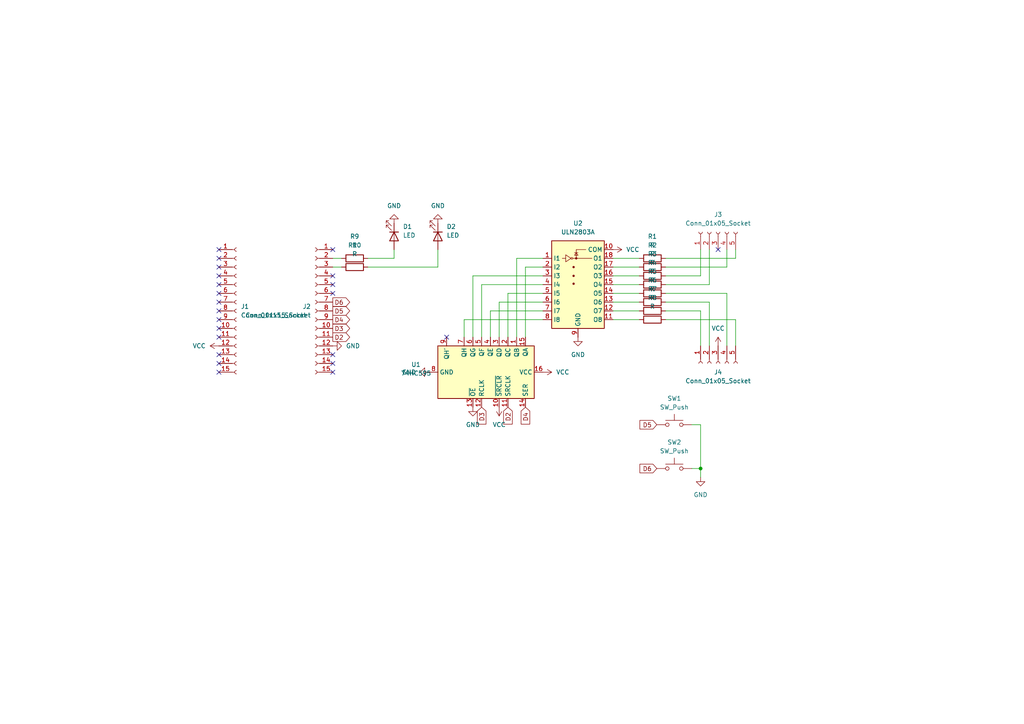
<source format=kicad_sch>
(kicad_sch (version 20230121) (generator eeschema)

  (uuid bb52ccb7-d675-45f7-8257-0bbf4fdf94cd)

  (paper "A4")

  (lib_symbols
    (symbol "74xx:74HC595" (in_bom yes) (on_board yes)
      (property "Reference" "U" (at -7.62 13.97 0)
        (effects (font (size 1.27 1.27)))
      )
      (property "Value" "74HC595" (at -7.62 -16.51 0)
        (effects (font (size 1.27 1.27)))
      )
      (property "Footprint" "" (at 0 0 0)
        (effects (font (size 1.27 1.27)) hide)
      )
      (property "Datasheet" "http://www.ti.com/lit/ds/symlink/sn74hc595.pdf" (at 0 0 0)
        (effects (font (size 1.27 1.27)) hide)
      )
      (property "ki_keywords" "HCMOS SR 3State" (at 0 0 0)
        (effects (font (size 1.27 1.27)) hide)
      )
      (property "ki_description" "8-bit serial in/out Shift Register 3-State Outputs" (at 0 0 0)
        (effects (font (size 1.27 1.27)) hide)
      )
      (property "ki_fp_filters" "DIP*W7.62mm* SOIC*3.9x9.9mm*P1.27mm* TSSOP*4.4x5mm*P0.65mm* SOIC*5.3x10.2mm*P1.27mm* SOIC*7.5x10.3mm*P1.27mm*" (at 0 0 0)
        (effects (font (size 1.27 1.27)) hide)
      )
      (symbol "74HC595_1_0"
        (pin tri_state line (at 10.16 7.62 180) (length 2.54)
          (name "QB" (effects (font (size 1.27 1.27))))
          (number "1" (effects (font (size 1.27 1.27))))
        )
        (pin input line (at -10.16 2.54 0) (length 2.54)
          (name "~{SRCLR}" (effects (font (size 1.27 1.27))))
          (number "10" (effects (font (size 1.27 1.27))))
        )
        (pin input line (at -10.16 5.08 0) (length 2.54)
          (name "SRCLK" (effects (font (size 1.27 1.27))))
          (number "11" (effects (font (size 1.27 1.27))))
        )
        (pin input line (at -10.16 -2.54 0) (length 2.54)
          (name "RCLK" (effects (font (size 1.27 1.27))))
          (number "12" (effects (font (size 1.27 1.27))))
        )
        (pin input line (at -10.16 -5.08 0) (length 2.54)
          (name "~{OE}" (effects (font (size 1.27 1.27))))
          (number "13" (effects (font (size 1.27 1.27))))
        )
        (pin input line (at -10.16 10.16 0) (length 2.54)
          (name "SER" (effects (font (size 1.27 1.27))))
          (number "14" (effects (font (size 1.27 1.27))))
        )
        (pin tri_state line (at 10.16 10.16 180) (length 2.54)
          (name "QA" (effects (font (size 1.27 1.27))))
          (number "15" (effects (font (size 1.27 1.27))))
        )
        (pin power_in line (at 0 15.24 270) (length 2.54)
          (name "VCC" (effects (font (size 1.27 1.27))))
          (number "16" (effects (font (size 1.27 1.27))))
        )
        (pin tri_state line (at 10.16 5.08 180) (length 2.54)
          (name "QC" (effects (font (size 1.27 1.27))))
          (number "2" (effects (font (size 1.27 1.27))))
        )
        (pin tri_state line (at 10.16 2.54 180) (length 2.54)
          (name "QD" (effects (font (size 1.27 1.27))))
          (number "3" (effects (font (size 1.27 1.27))))
        )
        (pin tri_state line (at 10.16 0 180) (length 2.54)
          (name "QE" (effects (font (size 1.27 1.27))))
          (number "4" (effects (font (size 1.27 1.27))))
        )
        (pin tri_state line (at 10.16 -2.54 180) (length 2.54)
          (name "QF" (effects (font (size 1.27 1.27))))
          (number "5" (effects (font (size 1.27 1.27))))
        )
        (pin tri_state line (at 10.16 -5.08 180) (length 2.54)
          (name "QG" (effects (font (size 1.27 1.27))))
          (number "6" (effects (font (size 1.27 1.27))))
        )
        (pin tri_state line (at 10.16 -7.62 180) (length 2.54)
          (name "QH" (effects (font (size 1.27 1.27))))
          (number "7" (effects (font (size 1.27 1.27))))
        )
        (pin power_in line (at 0 -17.78 90) (length 2.54)
          (name "GND" (effects (font (size 1.27 1.27))))
          (number "8" (effects (font (size 1.27 1.27))))
        )
        (pin output line (at 10.16 -12.7 180) (length 2.54)
          (name "QH'" (effects (font (size 1.27 1.27))))
          (number "9" (effects (font (size 1.27 1.27))))
        )
      )
      (symbol "74HC595_1_1"
        (rectangle (start -7.62 12.7) (end 7.62 -15.24)
          (stroke (width 0.254) (type default))
          (fill (type background))
        )
      )
    )
    (symbol "Connector:Conn_01x05_Socket" (pin_names (offset 1.016) hide) (in_bom yes) (on_board yes)
      (property "Reference" "J" (at 0 7.62 0)
        (effects (font (size 1.27 1.27)))
      )
      (property "Value" "Conn_01x05_Socket" (at 0 -7.62 0)
        (effects (font (size 1.27 1.27)))
      )
      (property "Footprint" "" (at 0 0 0)
        (effects (font (size 1.27 1.27)) hide)
      )
      (property "Datasheet" "~" (at 0 0 0)
        (effects (font (size 1.27 1.27)) hide)
      )
      (property "ki_locked" "" (at 0 0 0)
        (effects (font (size 1.27 1.27)))
      )
      (property "ki_keywords" "connector" (at 0 0 0)
        (effects (font (size 1.27 1.27)) hide)
      )
      (property "ki_description" "Generic connector, single row, 01x05, script generated" (at 0 0 0)
        (effects (font (size 1.27 1.27)) hide)
      )
      (property "ki_fp_filters" "Connector*:*_1x??_*" (at 0 0 0)
        (effects (font (size 1.27 1.27)) hide)
      )
      (symbol "Conn_01x05_Socket_1_1"
        (arc (start 0 -4.572) (mid -0.5058 -5.08) (end 0 -5.588)
          (stroke (width 0.1524) (type default))
          (fill (type none))
        )
        (arc (start 0 -2.032) (mid -0.5058 -2.54) (end 0 -3.048)
          (stroke (width 0.1524) (type default))
          (fill (type none))
        )
        (polyline
          (pts
            (xy -1.27 -5.08)
            (xy -0.508 -5.08)
          )
          (stroke (width 0.1524) (type default))
          (fill (type none))
        )
        (polyline
          (pts
            (xy -1.27 -2.54)
            (xy -0.508 -2.54)
          )
          (stroke (width 0.1524) (type default))
          (fill (type none))
        )
        (polyline
          (pts
            (xy -1.27 0)
            (xy -0.508 0)
          )
          (stroke (width 0.1524) (type default))
          (fill (type none))
        )
        (polyline
          (pts
            (xy -1.27 2.54)
            (xy -0.508 2.54)
          )
          (stroke (width 0.1524) (type default))
          (fill (type none))
        )
        (polyline
          (pts
            (xy -1.27 5.08)
            (xy -0.508 5.08)
          )
          (stroke (width 0.1524) (type default))
          (fill (type none))
        )
        (arc (start 0 0.508) (mid -0.5058 0) (end 0 -0.508)
          (stroke (width 0.1524) (type default))
          (fill (type none))
        )
        (arc (start 0 3.048) (mid -0.5058 2.54) (end 0 2.032)
          (stroke (width 0.1524) (type default))
          (fill (type none))
        )
        (arc (start 0 5.588) (mid -0.5058 5.08) (end 0 4.572)
          (stroke (width 0.1524) (type default))
          (fill (type none))
        )
        (pin passive line (at -5.08 5.08 0) (length 3.81)
          (name "Pin_1" (effects (font (size 1.27 1.27))))
          (number "1" (effects (font (size 1.27 1.27))))
        )
        (pin passive line (at -5.08 2.54 0) (length 3.81)
          (name "Pin_2" (effects (font (size 1.27 1.27))))
          (number "2" (effects (font (size 1.27 1.27))))
        )
        (pin passive line (at -5.08 0 0) (length 3.81)
          (name "Pin_3" (effects (font (size 1.27 1.27))))
          (number "3" (effects (font (size 1.27 1.27))))
        )
        (pin passive line (at -5.08 -2.54 0) (length 3.81)
          (name "Pin_4" (effects (font (size 1.27 1.27))))
          (number "4" (effects (font (size 1.27 1.27))))
        )
        (pin passive line (at -5.08 -5.08 0) (length 3.81)
          (name "Pin_5" (effects (font (size 1.27 1.27))))
          (number "5" (effects (font (size 1.27 1.27))))
        )
      )
    )
    (symbol "Connector:Conn_01x15_Socket" (pin_names (offset 1.016) hide) (in_bom yes) (on_board yes)
      (property "Reference" "J" (at 0 20.32 0)
        (effects (font (size 1.27 1.27)))
      )
      (property "Value" "Conn_01x15_Socket" (at 0 -20.32 0)
        (effects (font (size 1.27 1.27)))
      )
      (property "Footprint" "" (at 0 0 0)
        (effects (font (size 1.27 1.27)) hide)
      )
      (property "Datasheet" "~" (at 0 0 0)
        (effects (font (size 1.27 1.27)) hide)
      )
      (property "ki_locked" "" (at 0 0 0)
        (effects (font (size 1.27 1.27)))
      )
      (property "ki_keywords" "connector" (at 0 0 0)
        (effects (font (size 1.27 1.27)) hide)
      )
      (property "ki_description" "Generic connector, single row, 01x15, script generated" (at 0 0 0)
        (effects (font (size 1.27 1.27)) hide)
      )
      (property "ki_fp_filters" "Connector*:*_1x??_*" (at 0 0 0)
        (effects (font (size 1.27 1.27)) hide)
      )
      (symbol "Conn_01x15_Socket_1_1"
        (arc (start 0 -17.272) (mid -0.5058 -17.78) (end 0 -18.288)
          (stroke (width 0.1524) (type default))
          (fill (type none))
        )
        (arc (start 0 -14.732) (mid -0.5058 -15.24) (end 0 -15.748)
          (stroke (width 0.1524) (type default))
          (fill (type none))
        )
        (arc (start 0 -12.192) (mid -0.5058 -12.7) (end 0 -13.208)
          (stroke (width 0.1524) (type default))
          (fill (type none))
        )
        (arc (start 0 -9.652) (mid -0.5058 -10.16) (end 0 -10.668)
          (stroke (width 0.1524) (type default))
          (fill (type none))
        )
        (arc (start 0 -7.112) (mid -0.5058 -7.62) (end 0 -8.128)
          (stroke (width 0.1524) (type default))
          (fill (type none))
        )
        (arc (start 0 -4.572) (mid -0.5058 -5.08) (end 0 -5.588)
          (stroke (width 0.1524) (type default))
          (fill (type none))
        )
        (arc (start 0 -2.032) (mid -0.5058 -2.54) (end 0 -3.048)
          (stroke (width 0.1524) (type default))
          (fill (type none))
        )
        (polyline
          (pts
            (xy -1.27 -17.78)
            (xy -0.508 -17.78)
          )
          (stroke (width 0.1524) (type default))
          (fill (type none))
        )
        (polyline
          (pts
            (xy -1.27 -15.24)
            (xy -0.508 -15.24)
          )
          (stroke (width 0.1524) (type default))
          (fill (type none))
        )
        (polyline
          (pts
            (xy -1.27 -12.7)
            (xy -0.508 -12.7)
          )
          (stroke (width 0.1524) (type default))
          (fill (type none))
        )
        (polyline
          (pts
            (xy -1.27 -10.16)
            (xy -0.508 -10.16)
          )
          (stroke (width 0.1524) (type default))
          (fill (type none))
        )
        (polyline
          (pts
            (xy -1.27 -7.62)
            (xy -0.508 -7.62)
          )
          (stroke (width 0.1524) (type default))
          (fill (type none))
        )
        (polyline
          (pts
            (xy -1.27 -5.08)
            (xy -0.508 -5.08)
          )
          (stroke (width 0.1524) (type default))
          (fill (type none))
        )
        (polyline
          (pts
            (xy -1.27 -2.54)
            (xy -0.508 -2.54)
          )
          (stroke (width 0.1524) (type default))
          (fill (type none))
        )
        (polyline
          (pts
            (xy -1.27 0)
            (xy -0.508 0)
          )
          (stroke (width 0.1524) (type default))
          (fill (type none))
        )
        (polyline
          (pts
            (xy -1.27 2.54)
            (xy -0.508 2.54)
          )
          (stroke (width 0.1524) (type default))
          (fill (type none))
        )
        (polyline
          (pts
            (xy -1.27 5.08)
            (xy -0.508 5.08)
          )
          (stroke (width 0.1524) (type default))
          (fill (type none))
        )
        (polyline
          (pts
            (xy -1.27 7.62)
            (xy -0.508 7.62)
          )
          (stroke (width 0.1524) (type default))
          (fill (type none))
        )
        (polyline
          (pts
            (xy -1.27 10.16)
            (xy -0.508 10.16)
          )
          (stroke (width 0.1524) (type default))
          (fill (type none))
        )
        (polyline
          (pts
            (xy -1.27 12.7)
            (xy -0.508 12.7)
          )
          (stroke (width 0.1524) (type default))
          (fill (type none))
        )
        (polyline
          (pts
            (xy -1.27 15.24)
            (xy -0.508 15.24)
          )
          (stroke (width 0.1524) (type default))
          (fill (type none))
        )
        (polyline
          (pts
            (xy -1.27 17.78)
            (xy -0.508 17.78)
          )
          (stroke (width 0.1524) (type default))
          (fill (type none))
        )
        (arc (start 0 0.508) (mid -0.5058 0) (end 0 -0.508)
          (stroke (width 0.1524) (type default))
          (fill (type none))
        )
        (arc (start 0 3.048) (mid -0.5058 2.54) (end 0 2.032)
          (stroke (width 0.1524) (type default))
          (fill (type none))
        )
        (arc (start 0 5.588) (mid -0.5058 5.08) (end 0 4.572)
          (stroke (width 0.1524) (type default))
          (fill (type none))
        )
        (arc (start 0 8.128) (mid -0.5058 7.62) (end 0 7.112)
          (stroke (width 0.1524) (type default))
          (fill (type none))
        )
        (arc (start 0 10.668) (mid -0.5058 10.16) (end 0 9.652)
          (stroke (width 0.1524) (type default))
          (fill (type none))
        )
        (arc (start 0 13.208) (mid -0.5058 12.7) (end 0 12.192)
          (stroke (width 0.1524) (type default))
          (fill (type none))
        )
        (arc (start 0 15.748) (mid -0.5058 15.24) (end 0 14.732)
          (stroke (width 0.1524) (type default))
          (fill (type none))
        )
        (arc (start 0 18.288) (mid -0.5058 17.78) (end 0 17.272)
          (stroke (width 0.1524) (type default))
          (fill (type none))
        )
        (pin passive line (at -5.08 17.78 0) (length 3.81)
          (name "Pin_1" (effects (font (size 1.27 1.27))))
          (number "1" (effects (font (size 1.27 1.27))))
        )
        (pin passive line (at -5.08 -5.08 0) (length 3.81)
          (name "Pin_10" (effects (font (size 1.27 1.27))))
          (number "10" (effects (font (size 1.27 1.27))))
        )
        (pin passive line (at -5.08 -7.62 0) (length 3.81)
          (name "Pin_11" (effects (font (size 1.27 1.27))))
          (number "11" (effects (font (size 1.27 1.27))))
        )
        (pin passive line (at -5.08 -10.16 0) (length 3.81)
          (name "Pin_12" (effects (font (size 1.27 1.27))))
          (number "12" (effects (font (size 1.27 1.27))))
        )
        (pin passive line (at -5.08 -12.7 0) (length 3.81)
          (name "Pin_13" (effects (font (size 1.27 1.27))))
          (number "13" (effects (font (size 1.27 1.27))))
        )
        (pin passive line (at -5.08 -15.24 0) (length 3.81)
          (name "Pin_14" (effects (font (size 1.27 1.27))))
          (number "14" (effects (font (size 1.27 1.27))))
        )
        (pin passive line (at -5.08 -17.78 0) (length 3.81)
          (name "Pin_15" (effects (font (size 1.27 1.27))))
          (number "15" (effects (font (size 1.27 1.27))))
        )
        (pin passive line (at -5.08 15.24 0) (length 3.81)
          (name "Pin_2" (effects (font (size 1.27 1.27))))
          (number "2" (effects (font (size 1.27 1.27))))
        )
        (pin passive line (at -5.08 12.7 0) (length 3.81)
          (name "Pin_3" (effects (font (size 1.27 1.27))))
          (number "3" (effects (font (size 1.27 1.27))))
        )
        (pin passive line (at -5.08 10.16 0) (length 3.81)
          (name "Pin_4" (effects (font (size 1.27 1.27))))
          (number "4" (effects (font (size 1.27 1.27))))
        )
        (pin passive line (at -5.08 7.62 0) (length 3.81)
          (name "Pin_5" (effects (font (size 1.27 1.27))))
          (number "5" (effects (font (size 1.27 1.27))))
        )
        (pin passive line (at -5.08 5.08 0) (length 3.81)
          (name "Pin_6" (effects (font (size 1.27 1.27))))
          (number "6" (effects (font (size 1.27 1.27))))
        )
        (pin passive line (at -5.08 2.54 0) (length 3.81)
          (name "Pin_7" (effects (font (size 1.27 1.27))))
          (number "7" (effects (font (size 1.27 1.27))))
        )
        (pin passive line (at -5.08 0 0) (length 3.81)
          (name "Pin_8" (effects (font (size 1.27 1.27))))
          (number "8" (effects (font (size 1.27 1.27))))
        )
        (pin passive line (at -5.08 -2.54 0) (length 3.81)
          (name "Pin_9" (effects (font (size 1.27 1.27))))
          (number "9" (effects (font (size 1.27 1.27))))
        )
      )
    )
    (symbol "Device:LED" (pin_numbers hide) (pin_names (offset 1.016) hide) (in_bom yes) (on_board yes)
      (property "Reference" "D" (at 0 2.54 0)
        (effects (font (size 1.27 1.27)))
      )
      (property "Value" "LED" (at 0 -2.54 0)
        (effects (font (size 1.27 1.27)))
      )
      (property "Footprint" "" (at 0 0 0)
        (effects (font (size 1.27 1.27)) hide)
      )
      (property "Datasheet" "~" (at 0 0 0)
        (effects (font (size 1.27 1.27)) hide)
      )
      (property "ki_keywords" "LED diode" (at 0 0 0)
        (effects (font (size 1.27 1.27)) hide)
      )
      (property "ki_description" "Light emitting diode" (at 0 0 0)
        (effects (font (size 1.27 1.27)) hide)
      )
      (property "ki_fp_filters" "LED* LED_SMD:* LED_THT:*" (at 0 0 0)
        (effects (font (size 1.27 1.27)) hide)
      )
      (symbol "LED_0_1"
        (polyline
          (pts
            (xy -1.27 -1.27)
            (xy -1.27 1.27)
          )
          (stroke (width 0.254) (type default))
          (fill (type none))
        )
        (polyline
          (pts
            (xy -1.27 0)
            (xy 1.27 0)
          )
          (stroke (width 0) (type default))
          (fill (type none))
        )
        (polyline
          (pts
            (xy 1.27 -1.27)
            (xy 1.27 1.27)
            (xy -1.27 0)
            (xy 1.27 -1.27)
          )
          (stroke (width 0.254) (type default))
          (fill (type none))
        )
        (polyline
          (pts
            (xy -3.048 -0.762)
            (xy -4.572 -2.286)
            (xy -3.81 -2.286)
            (xy -4.572 -2.286)
            (xy -4.572 -1.524)
          )
          (stroke (width 0) (type default))
          (fill (type none))
        )
        (polyline
          (pts
            (xy -1.778 -0.762)
            (xy -3.302 -2.286)
            (xy -2.54 -2.286)
            (xy -3.302 -2.286)
            (xy -3.302 -1.524)
          )
          (stroke (width 0) (type default))
          (fill (type none))
        )
      )
      (symbol "LED_1_1"
        (pin passive line (at -3.81 0 0) (length 2.54)
          (name "K" (effects (font (size 1.27 1.27))))
          (number "1" (effects (font (size 1.27 1.27))))
        )
        (pin passive line (at 3.81 0 180) (length 2.54)
          (name "A" (effects (font (size 1.27 1.27))))
          (number "2" (effects (font (size 1.27 1.27))))
        )
      )
    )
    (symbol "Device:R" (pin_numbers hide) (pin_names (offset 0)) (in_bom yes) (on_board yes)
      (property "Reference" "R" (at 2.032 0 90)
        (effects (font (size 1.27 1.27)))
      )
      (property "Value" "R" (at 0 0 90)
        (effects (font (size 1.27 1.27)))
      )
      (property "Footprint" "" (at -1.778 0 90)
        (effects (font (size 1.27 1.27)) hide)
      )
      (property "Datasheet" "~" (at 0 0 0)
        (effects (font (size 1.27 1.27)) hide)
      )
      (property "ki_keywords" "R res resistor" (at 0 0 0)
        (effects (font (size 1.27 1.27)) hide)
      )
      (property "ki_description" "Resistor" (at 0 0 0)
        (effects (font (size 1.27 1.27)) hide)
      )
      (property "ki_fp_filters" "R_*" (at 0 0 0)
        (effects (font (size 1.27 1.27)) hide)
      )
      (symbol "R_0_1"
        (rectangle (start -1.016 -2.54) (end 1.016 2.54)
          (stroke (width 0.254) (type default))
          (fill (type none))
        )
      )
      (symbol "R_1_1"
        (pin passive line (at 0 3.81 270) (length 1.27)
          (name "~" (effects (font (size 1.27 1.27))))
          (number "1" (effects (font (size 1.27 1.27))))
        )
        (pin passive line (at 0 -3.81 90) (length 1.27)
          (name "~" (effects (font (size 1.27 1.27))))
          (number "2" (effects (font (size 1.27 1.27))))
        )
      )
    )
    (symbol "Switch:SW_Push" (pin_numbers hide) (pin_names (offset 1.016) hide) (in_bom yes) (on_board yes)
      (property "Reference" "SW" (at 1.27 2.54 0)
        (effects (font (size 1.27 1.27)) (justify left))
      )
      (property "Value" "SW_Push" (at 0 -1.524 0)
        (effects (font (size 1.27 1.27)))
      )
      (property "Footprint" "" (at 0 5.08 0)
        (effects (font (size 1.27 1.27)) hide)
      )
      (property "Datasheet" "~" (at 0 5.08 0)
        (effects (font (size 1.27 1.27)) hide)
      )
      (property "ki_keywords" "switch normally-open pushbutton push-button" (at 0 0 0)
        (effects (font (size 1.27 1.27)) hide)
      )
      (property "ki_description" "Push button switch, generic, two pins" (at 0 0 0)
        (effects (font (size 1.27 1.27)) hide)
      )
      (symbol "SW_Push_0_1"
        (circle (center -2.032 0) (radius 0.508)
          (stroke (width 0) (type default))
          (fill (type none))
        )
        (polyline
          (pts
            (xy 0 1.27)
            (xy 0 3.048)
          )
          (stroke (width 0) (type default))
          (fill (type none))
        )
        (polyline
          (pts
            (xy 2.54 1.27)
            (xy -2.54 1.27)
          )
          (stroke (width 0) (type default))
          (fill (type none))
        )
        (circle (center 2.032 0) (radius 0.508)
          (stroke (width 0) (type default))
          (fill (type none))
        )
        (pin passive line (at -5.08 0 0) (length 2.54)
          (name "1" (effects (font (size 1.27 1.27))))
          (number "1" (effects (font (size 1.27 1.27))))
        )
        (pin passive line (at 5.08 0 180) (length 2.54)
          (name "2" (effects (font (size 1.27 1.27))))
          (number "2" (effects (font (size 1.27 1.27))))
        )
      )
    )
    (symbol "Transistor_Array:ULN2803A" (in_bom yes) (on_board yes)
      (property "Reference" "U" (at 0 13.335 0)
        (effects (font (size 1.27 1.27)))
      )
      (property "Value" "ULN2803A" (at 0 11.43 0)
        (effects (font (size 1.27 1.27)))
      )
      (property "Footprint" "" (at 1.27 -16.51 0)
        (effects (font (size 1.27 1.27)) (justify left) hide)
      )
      (property "Datasheet" "http://www.ti.com/lit/ds/symlink/uln2803a.pdf" (at 2.54 -5.08 0)
        (effects (font (size 1.27 1.27)) hide)
      )
      (property "ki_keywords" "Darlington transistor array" (at 0 0 0)
        (effects (font (size 1.27 1.27)) hide)
      )
      (property "ki_description" "Darlington Transistor Arrays, SOIC18/DIP18" (at 0 0 0)
        (effects (font (size 1.27 1.27)) hide)
      )
      (property "ki_fp_filters" "DIP*W7.62mm* SOIC*7.5x11.6mm*P1.27mm*" (at 0 0 0)
        (effects (font (size 1.27 1.27)) hide)
      )
      (symbol "ULN2803A_0_1"
        (rectangle (start -7.62 -15.24) (end 7.62 10.16)
          (stroke (width 0.254) (type default))
          (fill (type background))
        )
        (circle (center -1.778 5.08) (radius 0.254)
          (stroke (width 0) (type default))
          (fill (type none))
        )
        (circle (center -1.27 -2.286) (radius 0.254)
          (stroke (width 0) (type default))
          (fill (type outline))
        )
        (circle (center -1.27 0) (radius 0.254)
          (stroke (width 0) (type default))
          (fill (type outline))
        )
        (circle (center -1.27 2.54) (radius 0.254)
          (stroke (width 0) (type default))
          (fill (type outline))
        )
        (circle (center -0.508 5.08) (radius 0.254)
          (stroke (width 0) (type default))
          (fill (type outline))
        )
        (polyline
          (pts
            (xy -4.572 5.08)
            (xy -3.556 5.08)
          )
          (stroke (width 0) (type default))
          (fill (type none))
        )
        (polyline
          (pts
            (xy -1.524 5.08)
            (xy 4.064 5.08)
          )
          (stroke (width 0) (type default))
          (fill (type none))
        )
        (polyline
          (pts
            (xy 0 6.731)
            (xy -1.016 6.731)
          )
          (stroke (width 0) (type default))
          (fill (type none))
        )
        (polyline
          (pts
            (xy -0.508 5.08)
            (xy -0.508 7.62)
            (xy 2.286 7.62)
          )
          (stroke (width 0) (type default))
          (fill (type none))
        )
        (polyline
          (pts
            (xy -3.556 6.096)
            (xy -3.556 4.064)
            (xy -2.032 5.08)
            (xy -3.556 6.096)
          )
          (stroke (width 0) (type default))
          (fill (type none))
        )
        (polyline
          (pts
            (xy 0 5.969)
            (xy -1.016 5.969)
            (xy -0.508 6.731)
            (xy 0 5.969)
          )
          (stroke (width 0) (type default))
          (fill (type none))
        )
      )
      (symbol "ULN2803A_1_1"
        (pin input line (at -10.16 5.08 0) (length 2.54)
          (name "I1" (effects (font (size 1.27 1.27))))
          (number "1" (effects (font (size 1.27 1.27))))
        )
        (pin passive line (at 10.16 7.62 180) (length 2.54)
          (name "COM" (effects (font (size 1.27 1.27))))
          (number "10" (effects (font (size 1.27 1.27))))
        )
        (pin open_collector line (at 10.16 -12.7 180) (length 2.54)
          (name "O8" (effects (font (size 1.27 1.27))))
          (number "11" (effects (font (size 1.27 1.27))))
        )
        (pin open_collector line (at 10.16 -10.16 180) (length 2.54)
          (name "O7" (effects (font (size 1.27 1.27))))
          (number "12" (effects (font (size 1.27 1.27))))
        )
        (pin open_collector line (at 10.16 -7.62 180) (length 2.54)
          (name "O6" (effects (font (size 1.27 1.27))))
          (number "13" (effects (font (size 1.27 1.27))))
        )
        (pin open_collector line (at 10.16 -5.08 180) (length 2.54)
          (name "O5" (effects (font (size 1.27 1.27))))
          (number "14" (effects (font (size 1.27 1.27))))
        )
        (pin open_collector line (at 10.16 -2.54 180) (length 2.54)
          (name "O4" (effects (font (size 1.27 1.27))))
          (number "15" (effects (font (size 1.27 1.27))))
        )
        (pin open_collector line (at 10.16 0 180) (length 2.54)
          (name "O3" (effects (font (size 1.27 1.27))))
          (number "16" (effects (font (size 1.27 1.27))))
        )
        (pin open_collector line (at 10.16 2.54 180) (length 2.54)
          (name "O2" (effects (font (size 1.27 1.27))))
          (number "17" (effects (font (size 1.27 1.27))))
        )
        (pin open_collector line (at 10.16 5.08 180) (length 2.54)
          (name "O1" (effects (font (size 1.27 1.27))))
          (number "18" (effects (font (size 1.27 1.27))))
        )
        (pin input line (at -10.16 2.54 0) (length 2.54)
          (name "I2" (effects (font (size 1.27 1.27))))
          (number "2" (effects (font (size 1.27 1.27))))
        )
        (pin input line (at -10.16 0 0) (length 2.54)
          (name "I3" (effects (font (size 1.27 1.27))))
          (number "3" (effects (font (size 1.27 1.27))))
        )
        (pin input line (at -10.16 -2.54 0) (length 2.54)
          (name "I4" (effects (font (size 1.27 1.27))))
          (number "4" (effects (font (size 1.27 1.27))))
        )
        (pin input line (at -10.16 -5.08 0) (length 2.54)
          (name "I5" (effects (font (size 1.27 1.27))))
          (number "5" (effects (font (size 1.27 1.27))))
        )
        (pin input line (at -10.16 -7.62 0) (length 2.54)
          (name "I6" (effects (font (size 1.27 1.27))))
          (number "6" (effects (font (size 1.27 1.27))))
        )
        (pin input line (at -10.16 -10.16 0) (length 2.54)
          (name "I7" (effects (font (size 1.27 1.27))))
          (number "7" (effects (font (size 1.27 1.27))))
        )
        (pin input line (at -10.16 -12.7 0) (length 2.54)
          (name "I8" (effects (font (size 1.27 1.27))))
          (number "8" (effects (font (size 1.27 1.27))))
        )
        (pin power_in line (at 0 -17.78 90) (length 2.54)
          (name "GND" (effects (font (size 1.27 1.27))))
          (number "9" (effects (font (size 1.27 1.27))))
        )
      )
    )
    (symbol "power:GND" (power) (pin_names (offset 0)) (in_bom yes) (on_board yes)
      (property "Reference" "#PWR" (at 0 -6.35 0)
        (effects (font (size 1.27 1.27)) hide)
      )
      (property "Value" "GND" (at 0 -3.81 0)
        (effects (font (size 1.27 1.27)))
      )
      (property "Footprint" "" (at 0 0 0)
        (effects (font (size 1.27 1.27)) hide)
      )
      (property "Datasheet" "" (at 0 0 0)
        (effects (font (size 1.27 1.27)) hide)
      )
      (property "ki_keywords" "global power" (at 0 0 0)
        (effects (font (size 1.27 1.27)) hide)
      )
      (property "ki_description" "Power symbol creates a global label with name \"GND\" , ground" (at 0 0 0)
        (effects (font (size 1.27 1.27)) hide)
      )
      (symbol "GND_0_1"
        (polyline
          (pts
            (xy 0 0)
            (xy 0 -1.27)
            (xy 1.27 -1.27)
            (xy 0 -2.54)
            (xy -1.27 -1.27)
            (xy 0 -1.27)
          )
          (stroke (width 0) (type default))
          (fill (type none))
        )
      )
      (symbol "GND_1_1"
        (pin power_in line (at 0 0 270) (length 0) hide
          (name "GND" (effects (font (size 1.27 1.27))))
          (number "1" (effects (font (size 1.27 1.27))))
        )
      )
    )
    (symbol "power:VCC" (power) (pin_names (offset 0)) (in_bom yes) (on_board yes)
      (property "Reference" "#PWR" (at 0 -3.81 0)
        (effects (font (size 1.27 1.27)) hide)
      )
      (property "Value" "VCC" (at 0 3.81 0)
        (effects (font (size 1.27 1.27)))
      )
      (property "Footprint" "" (at 0 0 0)
        (effects (font (size 1.27 1.27)) hide)
      )
      (property "Datasheet" "" (at 0 0 0)
        (effects (font (size 1.27 1.27)) hide)
      )
      (property "ki_keywords" "global power" (at 0 0 0)
        (effects (font (size 1.27 1.27)) hide)
      )
      (property "ki_description" "Power symbol creates a global label with name \"VCC\"" (at 0 0 0)
        (effects (font (size 1.27 1.27)) hide)
      )
      (symbol "VCC_0_1"
        (polyline
          (pts
            (xy -0.762 1.27)
            (xy 0 2.54)
          )
          (stroke (width 0) (type default))
          (fill (type none))
        )
        (polyline
          (pts
            (xy 0 0)
            (xy 0 2.54)
          )
          (stroke (width 0) (type default))
          (fill (type none))
        )
        (polyline
          (pts
            (xy 0 2.54)
            (xy 0.762 1.27)
          )
          (stroke (width 0) (type default))
          (fill (type none))
        )
      )
      (symbol "VCC_1_1"
        (pin power_in line (at 0 0 90) (length 0) hide
          (name "VCC" (effects (font (size 1.27 1.27))))
          (number "1" (effects (font (size 1.27 1.27))))
        )
      )
    )
  )

  (junction (at 203.2 135.89) (diameter 0) (color 0 0 0 0)
    (uuid 7229a51a-57cb-4963-8f7f-f23b85070481)
  )

  (no_connect (at 63.5 72.39) (uuid 0ab4bd4a-0d58-4347-b61a-6849417e9881))
  (no_connect (at 63.5 95.25) (uuid 0b753487-4b18-4184-b0b5-517bed9cac2e))
  (no_connect (at 208.28 72.39) (uuid 0f6f05ae-f0c2-4160-b5fa-fc4ccffa92c0))
  (no_connect (at 63.5 77.47) (uuid 15dcd55a-fe95-42b3-a4f0-a18e3a0399ad))
  (no_connect (at 63.5 82.55) (uuid 3c3396d8-ad32-4c5a-ac41-d14dc96037ee))
  (no_connect (at 63.5 105.41) (uuid 4b7cf74d-e929-43af-96f7-d48f5b11c31e))
  (no_connect (at 63.5 97.79) (uuid 57ec7ad4-dc5a-45ac-85d2-eb4122cd420a))
  (no_connect (at 63.5 107.95) (uuid 5c3290ac-1302-4e98-9388-c57edab52e00))
  (no_connect (at 63.5 92.71) (uuid 5d1137ab-6e06-4865-afcc-ae5eaa64f14c))
  (no_connect (at 96.52 102.87) (uuid 628cb2e7-e3fd-4926-b38a-81882c8d8772))
  (no_connect (at 96.52 105.41) (uuid 7968ca60-ea4f-474c-99ec-66d5f12077e9))
  (no_connect (at 96.52 85.09) (uuid 97274eee-8fc3-401b-b976-a75d0cce113b))
  (no_connect (at 129.54 97.79) (uuid a69352fb-43b1-41af-88e6-eedccc6431a2))
  (no_connect (at 96.52 72.39) (uuid b86b4e20-8398-44f7-b7b2-7ed0de5baa3c))
  (no_connect (at 96.52 80.01) (uuid bea2e9d8-6f9b-472e-be99-e2e8fa69c33f))
  (no_connect (at 63.5 85.09) (uuid c03698d4-bccf-403a-960d-9a4152d3dab2))
  (no_connect (at 63.5 80.01) (uuid cbc09166-023a-441f-aed7-3e496b08c2ac))
  (no_connect (at 63.5 74.93) (uuid dfeb80cd-aca5-4252-a11d-b40a43958763))
  (no_connect (at 63.5 102.87) (uuid e49e2d73-3e66-4472-9e13-2643f7d17298))
  (no_connect (at 96.52 107.95) (uuid e7997762-9553-4cd1-b66d-47dd0ad799e5))
  (no_connect (at 96.52 82.55) (uuid f2a0f68f-c89d-41d6-bd98-3fb0448c5323))
  (no_connect (at 63.5 90.17) (uuid f9887dd0-55c3-4b85-adb2-f377518b95e5))
  (no_connect (at 63.5 87.63) (uuid fc77fa82-b09b-426b-a726-f7f26079640e))

  (wire (pts (xy 147.32 85.09) (xy 157.48 85.09))
    (stroke (width 0) (type default))
    (uuid 0b2e0a43-2cc3-42cb-b777-8e8c324044ce)
  )
  (wire (pts (xy 185.42 90.17) (xy 177.8 90.17))
    (stroke (width 0) (type default))
    (uuid 11caf880-0ee7-4ce1-b65f-c3f00e5f309a)
  )
  (wire (pts (xy 200.66 135.89) (xy 203.2 135.89))
    (stroke (width 0) (type default))
    (uuid 1f9fa3e2-5502-42b0-992c-50965547d308)
  )
  (wire (pts (xy 185.42 92.71) (xy 177.8 92.71))
    (stroke (width 0) (type default))
    (uuid 290f334c-e2fa-4e37-88ba-5c1fd49b422e)
  )
  (wire (pts (xy 152.4 77.47) (xy 157.48 77.47))
    (stroke (width 0) (type default))
    (uuid 317c49d8-dc47-47be-828f-55d038c5ef3b)
  )
  (wire (pts (xy 210.82 85.09) (xy 210.82 100.33))
    (stroke (width 0) (type default))
    (uuid 3448345c-ccf5-4841-902a-f6dfcc6cba0a)
  )
  (wire (pts (xy 203.2 100.33) (xy 203.2 90.17))
    (stroke (width 0) (type default))
    (uuid 3d2814ec-3644-4e40-ad6f-d5eb7484ce20)
  )
  (wire (pts (xy 193.04 82.55) (xy 205.74 82.55))
    (stroke (width 0) (type default))
    (uuid 4535ae42-0844-4518-8e5e-f6bd023f07dc)
  )
  (wire (pts (xy 193.04 80.01) (xy 203.2 80.01))
    (stroke (width 0) (type default))
    (uuid 48aeec13-5554-4cf5-b684-c2b525498c86)
  )
  (wire (pts (xy 185.42 80.01) (xy 177.8 80.01))
    (stroke (width 0) (type default))
    (uuid 4b1ef266-08ad-4701-a76d-c5b05035916f)
  )
  (wire (pts (xy 149.86 97.79) (xy 149.86 74.93))
    (stroke (width 0) (type default))
    (uuid 50440fbc-d170-4573-9fe1-80161e39668d)
  )
  (wire (pts (xy 210.82 77.47) (xy 210.82 72.39))
    (stroke (width 0) (type default))
    (uuid 566e1de4-8999-4a6b-a7e6-87568a97f647)
  )
  (wire (pts (xy 193.04 90.17) (xy 203.2 90.17))
    (stroke (width 0) (type default))
    (uuid 5852bb5c-dcc8-46f1-8f17-ee26826874a4)
  )
  (wire (pts (xy 193.04 74.93) (xy 213.36 74.93))
    (stroke (width 0) (type default))
    (uuid 5abde47b-1793-4ed1-b60f-6cbff343a5cf)
  )
  (wire (pts (xy 193.04 92.71) (xy 213.36 92.71))
    (stroke (width 0) (type default))
    (uuid 5f84658e-31d7-485a-b30e-f565fca00f30)
  )
  (wire (pts (xy 157.48 80.01) (xy 137.16 80.01))
    (stroke (width 0) (type default))
    (uuid 5ff58856-b22c-4e1d-b2d4-fb04d9977e4a)
  )
  (wire (pts (xy 127 77.47) (xy 127 72.39))
    (stroke (width 0) (type default))
    (uuid 6c02b9a5-b3b4-409d-9f5c-4aaccacc9022)
  )
  (wire (pts (xy 185.42 74.93) (xy 177.8 74.93))
    (stroke (width 0) (type default))
    (uuid 6e990940-e538-4c7c-823e-a670fceaf297)
  )
  (wire (pts (xy 193.04 87.63) (xy 205.74 87.63))
    (stroke (width 0) (type default))
    (uuid 6eddc3bb-0956-41e3-a72c-6ef0e5c69b81)
  )
  (wire (pts (xy 185.42 87.63) (xy 177.8 87.63))
    (stroke (width 0) (type default))
    (uuid 7a9f94d1-bad2-41a2-818c-4391a7d5175d)
  )
  (wire (pts (xy 142.24 97.79) (xy 142.24 90.17))
    (stroke (width 0) (type default))
    (uuid 7fddfa52-4854-4cf9-a0f1-cf36abfcef70)
  )
  (wire (pts (xy 152.4 97.79) (xy 152.4 77.47))
    (stroke (width 0) (type default))
    (uuid 826aeb2d-da62-49a7-a372-9a43faebe85e)
  )
  (wire (pts (xy 203.2 138.43) (xy 203.2 135.89))
    (stroke (width 0) (type default))
    (uuid 8b8330fe-1eea-4a1a-8ccd-087b4d33b3ad)
  )
  (wire (pts (xy 213.36 92.71) (xy 213.36 100.33))
    (stroke (width 0) (type default))
    (uuid 8d7a0844-a29c-4cad-9c6f-b2bcc4a7760f)
  )
  (wire (pts (xy 144.78 87.63) (xy 157.48 87.63))
    (stroke (width 0) (type default))
    (uuid 9788f1d9-2027-4803-aa43-21686bf34c28)
  )
  (wire (pts (xy 203.2 123.19) (xy 200.66 123.19))
    (stroke (width 0) (type default))
    (uuid 9cca009b-df5c-4f5e-958f-66262aef4294)
  )
  (wire (pts (xy 139.7 82.55) (xy 157.48 82.55))
    (stroke (width 0) (type default))
    (uuid 9f0b9685-7590-4c63-b8a0-a4fed57350bd)
  )
  (wire (pts (xy 213.36 74.93) (xy 213.36 72.39))
    (stroke (width 0) (type default))
    (uuid a3d9f74e-91f9-43a5-9e2a-382b07684980)
  )
  (wire (pts (xy 114.3 74.93) (xy 114.3 72.39))
    (stroke (width 0) (type default))
    (uuid a80bda71-937e-4dc3-adef-c8f5ddacf625)
  )
  (wire (pts (xy 203.2 80.01) (xy 203.2 72.39))
    (stroke (width 0) (type default))
    (uuid ab0e3481-9174-48e2-b912-a089262c7e36)
  )
  (wire (pts (xy 139.7 97.79) (xy 139.7 82.55))
    (stroke (width 0) (type default))
    (uuid ab38d5c5-3346-4dc9-9e93-55466e754c16)
  )
  (wire (pts (xy 96.52 77.47) (xy 99.06 77.47))
    (stroke (width 0) (type default))
    (uuid b544c885-b72f-4f2d-add0-3861f98bdb8f)
  )
  (wire (pts (xy 142.24 90.17) (xy 157.48 90.17))
    (stroke (width 0) (type default))
    (uuid b5639b76-bf88-4855-9271-806699dc11c5)
  )
  (wire (pts (xy 106.68 74.93) (xy 114.3 74.93))
    (stroke (width 0) (type default))
    (uuid b7649d08-373d-4340-8cae-49a057033a58)
  )
  (wire (pts (xy 185.42 82.55) (xy 177.8 82.55))
    (stroke (width 0) (type default))
    (uuid b771da48-163c-4ec5-b38d-f1076b389ead)
  )
  (wire (pts (xy 137.16 80.01) (xy 137.16 97.79))
    (stroke (width 0) (type default))
    (uuid b8c9cd30-f821-4ef1-a862-da4a46e902d1)
  )
  (wire (pts (xy 144.78 97.79) (xy 144.78 87.63))
    (stroke (width 0) (type default))
    (uuid bda134d1-d216-47ed-8a6f-84bcea74f331)
  )
  (wire (pts (xy 96.52 74.93) (xy 99.06 74.93))
    (stroke (width 0) (type default))
    (uuid c004987b-eba1-4fa4-bdfa-88429dceb2d3)
  )
  (wire (pts (xy 134.62 97.79) (xy 134.62 92.71))
    (stroke (width 0) (type default))
    (uuid c094087a-ca3f-446d-93a5-74a228881a12)
  )
  (wire (pts (xy 106.68 77.47) (xy 127 77.47))
    (stroke (width 0) (type default))
    (uuid cc917f60-7c46-4774-a776-7748ef6b1825)
  )
  (wire (pts (xy 193.04 77.47) (xy 210.82 77.47))
    (stroke (width 0) (type default))
    (uuid d0c17cbb-32b7-477d-97bd-d590db10d1d2)
  )
  (wire (pts (xy 205.74 82.55) (xy 205.74 72.39))
    (stroke (width 0) (type default))
    (uuid d27149d0-35f7-4bfc-869b-0a73377e6e10)
  )
  (wire (pts (xy 205.74 87.63) (xy 205.74 100.33))
    (stroke (width 0) (type default))
    (uuid e65c8417-1831-4e70-8254-4db4d73bc2de)
  )
  (wire (pts (xy 185.42 77.47) (xy 177.8 77.47))
    (stroke (width 0) (type default))
    (uuid e8dbb47d-cd9e-4902-b7c5-7583669f1203)
  )
  (wire (pts (xy 203.2 135.89) (xy 203.2 123.19))
    (stroke (width 0) (type default))
    (uuid f1e6e808-6bb2-4680-913c-229daf686cd7)
  )
  (wire (pts (xy 185.42 85.09) (xy 177.8 85.09))
    (stroke (width 0) (type default))
    (uuid f422785d-59e3-4d58-ad86-5f3e259d2bee)
  )
  (wire (pts (xy 149.86 74.93) (xy 157.48 74.93))
    (stroke (width 0) (type default))
    (uuid f4dc497d-defb-45a3-b293-de0494b724f8)
  )
  (wire (pts (xy 193.04 85.09) (xy 210.82 85.09))
    (stroke (width 0) (type default))
    (uuid f543daea-e90e-4cfd-b475-8818bd90ce7b)
  )
  (wire (pts (xy 134.62 92.71) (xy 157.48 92.71))
    (stroke (width 0) (type default))
    (uuid f6597455-99c1-4bf7-8414-67a88bb3c562)
  )
  (wire (pts (xy 147.32 97.79) (xy 147.32 85.09))
    (stroke (width 0) (type default))
    (uuid fd1f478b-4438-4efe-b6cf-5177b9fb4f8e)
  )

  (global_label "D6" (shape input) (at 190.5 135.89 180) (fields_autoplaced)
    (effects (font (size 1.27 1.27)) (justify right))
    (uuid 12ded72b-fe27-478e-a2ae-ceef860f5bb1)
    (property "Intersheetrefs" "${INTERSHEET_REFS}" (at 185.0353 135.89 0)
      (effects (font (size 1.27 1.27)) (justify right) hide)
    )
  )
  (global_label "D2" (shape input) (at 147.32 118.11 270) (fields_autoplaced)
    (effects (font (size 1.27 1.27)) (justify right))
    (uuid 20ebc658-bf75-4498-a430-81034cae3bad)
    (property "Intersheetrefs" "${INTERSHEET_REFS}" (at 147.32 123.5747 90)
      (effects (font (size 1.27 1.27)) (justify left) hide)
    )
  )
  (global_label "D3" (shape output) (at 96.52 95.25 0) (fields_autoplaced)
    (effects (font (size 1.27 1.27)) (justify left))
    (uuid 25208d14-28d3-4cf1-b041-452a68decb90)
    (property "Intersheetrefs" "${INTERSHEET_REFS}" (at 101.9847 95.25 0)
      (effects (font (size 1.27 1.27)) (justify left) hide)
    )
  )
  (global_label "D5" (shape output) (at 96.52 90.17 0) (fields_autoplaced)
    (effects (font (size 1.27 1.27)) (justify left))
    (uuid 30624fac-e501-4c6a-896c-3b8192a09371)
    (property "Intersheetrefs" "${INTERSHEET_REFS}" (at 101.9847 90.17 0)
      (effects (font (size 1.27 1.27)) (justify left) hide)
    )
  )
  (global_label "D5" (shape input) (at 190.5 123.19 180) (fields_autoplaced)
    (effects (font (size 1.27 1.27)) (justify right))
    (uuid 34ee6299-0d62-4ea8-ae7b-bba337ba4998)
    (property "Intersheetrefs" "${INTERSHEET_REFS}" (at 185.0353 123.19 0)
      (effects (font (size 1.27 1.27)) (justify right) hide)
    )
  )
  (global_label "D6" (shape output) (at 96.52 87.63 0) (fields_autoplaced)
    (effects (font (size 1.27 1.27)) (justify left))
    (uuid 4df05282-7a32-4d37-8a03-c65d5e413629)
    (property "Intersheetrefs" "${INTERSHEET_REFS}" (at 101.9847 87.63 0)
      (effects (font (size 1.27 1.27)) (justify left) hide)
    )
  )
  (global_label "D4" (shape input) (at 152.4 118.11 270) (fields_autoplaced)
    (effects (font (size 1.27 1.27)) (justify right))
    (uuid 5342087f-3c10-43e3-8290-f3b257e90ad2)
    (property "Intersheetrefs" "${INTERSHEET_REFS}" (at 152.4 123.5747 90)
      (effects (font (size 1.27 1.27)) (justify left) hide)
    )
  )
  (global_label "D3" (shape input) (at 139.7 118.11 270) (fields_autoplaced)
    (effects (font (size 1.27 1.27)) (justify right))
    (uuid 6ca619bf-1dc4-489d-b74c-248d28822597)
    (property "Intersheetrefs" "${INTERSHEET_REFS}" (at 139.7 123.5747 90)
      (effects (font (size 1.27 1.27)) (justify left) hide)
    )
  )
  (global_label "D4" (shape output) (at 96.52 92.71 0) (fields_autoplaced)
    (effects (font (size 1.27 1.27)) (justify left))
    (uuid b05dc7ca-84cf-49a6-a4d5-a9669413e4b4)
    (property "Intersheetrefs" "${INTERSHEET_REFS}" (at 101.9847 92.71 0)
      (effects (font (size 1.27 1.27)) (justify left) hide)
    )
  )
  (global_label "D2" (shape output) (at 96.52 97.79 0) (fields_autoplaced)
    (effects (font (size 1.27 1.27)) (justify left))
    (uuid d93dae1c-e1d2-4bb2-8f5d-c9609f495d04)
    (property "Intersheetrefs" "${INTERSHEET_REFS}" (at 101.9847 97.79 0)
      (effects (font (size 1.27 1.27)) (justify left) hide)
    )
  )

  (symbol (lib_id "Device:R") (at 189.23 77.47 90) (unit 1)
    (in_bom yes) (on_board yes) (dnp no) (fields_autoplaced)
    (uuid 04570977-159d-44da-a354-8b90374d4fa3)
    (property "Reference" "R2" (at 189.23 71.12 90)
      (effects (font (size 1.27 1.27)))
    )
    (property "Value" "R" (at 189.23 73.66 90)
      (effects (font (size 1.27 1.27)))
    )
    (property "Footprint" "Resistor_THT:R_Axial_DIN0207_L6.3mm_D2.5mm_P10.16mm_Horizontal" (at 189.23 79.248 90)
      (effects (font (size 1.27 1.27)) hide)
    )
    (property "Datasheet" "~" (at 189.23 77.47 0)
      (effects (font (size 1.27 1.27)) hide)
    )
    (pin "1" (uuid dc05160c-7536-4369-94ba-428e36b2787d))
    (pin "2" (uuid c434b8cc-befc-48d1-b0cb-12b359139ce7))
    (instances
      (project "ISysProgrammingTrainerTypeA"
        (path "/bb52ccb7-d675-45f7-8257-0bbf4fdf94cd"
          (reference "R2") (unit 1)
        )
      )
    )
  )

  (symbol (lib_id "power:VCC") (at 144.78 118.11 0) (mirror x) (unit 1)
    (in_bom yes) (on_board yes) (dnp no) (fields_autoplaced)
    (uuid 058dafd3-5aa2-470b-a944-4a526c00e51e)
    (property "Reference" "#PWR05" (at 144.78 114.3 0)
      (effects (font (size 1.27 1.27)) hide)
    )
    (property "Value" "VCC" (at 144.78 123.19 0)
      (effects (font (size 1.27 1.27)))
    )
    (property "Footprint" "" (at 144.78 118.11 0)
      (effects (font (size 1.27 1.27)) hide)
    )
    (property "Datasheet" "" (at 144.78 118.11 0)
      (effects (font (size 1.27 1.27)) hide)
    )
    (pin "1" (uuid 34686ab2-fd5d-4abe-9513-e99629fd3333))
    (instances
      (project "ISysProgrammingTrainerTypeA"
        (path "/bb52ccb7-d675-45f7-8257-0bbf4fdf94cd"
          (reference "#PWR05") (unit 1)
        )
      )
    )
  )

  (symbol (lib_id "power:VCC") (at 157.48 107.95 270) (mirror x) (unit 1)
    (in_bom yes) (on_board yes) (dnp no) (fields_autoplaced)
    (uuid 120a83ed-da0d-41d8-9f7c-c65ca0a47648)
    (property "Reference" "#PWR03" (at 153.67 107.95 0)
      (effects (font (size 1.27 1.27)) hide)
    )
    (property "Value" "VCC" (at 161.29 107.95 90)
      (effects (font (size 1.27 1.27)) (justify left))
    )
    (property "Footprint" "" (at 157.48 107.95 0)
      (effects (font (size 1.27 1.27)) hide)
    )
    (property "Datasheet" "" (at 157.48 107.95 0)
      (effects (font (size 1.27 1.27)) hide)
    )
    (pin "1" (uuid 2a179942-aad2-498b-9d77-d5adfb479785))
    (instances
      (project "ISysProgrammingTrainerTypeA"
        (path "/bb52ccb7-d675-45f7-8257-0bbf4fdf94cd"
          (reference "#PWR03") (unit 1)
        )
      )
    )
  )

  (symbol (lib_id "Device:R") (at 189.23 80.01 90) (unit 1)
    (in_bom yes) (on_board yes) (dnp no) (fields_autoplaced)
    (uuid 2a765f8e-e425-43bf-9e97-82d608b8b686)
    (property "Reference" "R3" (at 189.23 73.66 90)
      (effects (font (size 1.27 1.27)))
    )
    (property "Value" "R" (at 189.23 76.2 90)
      (effects (font (size 1.27 1.27)))
    )
    (property "Footprint" "Resistor_THT:R_Axial_DIN0207_L6.3mm_D2.5mm_P10.16mm_Horizontal" (at 189.23 81.788 90)
      (effects (font (size 1.27 1.27)) hide)
    )
    (property "Datasheet" "~" (at 189.23 80.01 0)
      (effects (font (size 1.27 1.27)) hide)
    )
    (pin "1" (uuid c190d556-803b-4858-b12a-4f615ad0b28d))
    (pin "2" (uuid 95bc679c-7eff-4785-91a6-d6cc4e068ece))
    (instances
      (project "ISysProgrammingTrainerTypeA"
        (path "/bb52ccb7-d675-45f7-8257-0bbf4fdf94cd"
          (reference "R3") (unit 1)
        )
      )
    )
  )

  (symbol (lib_id "74xx:74HC595") (at 142.24 107.95 270) (mirror x) (unit 1)
    (in_bom yes) (on_board yes) (dnp no) (fields_autoplaced)
    (uuid 2b4074bf-9141-4758-ab4d-8e8bceccde9a)
    (property "Reference" "U1" (at 120.65 105.7341 90)
      (effects (font (size 1.27 1.27)))
    )
    (property "Value" "74HC595" (at 120.65 108.2741 90)
      (effects (font (size 1.27 1.27)))
    )
    (property "Footprint" "Package_DIP:DIP-16_W7.62mm_Socket" (at 142.24 107.95 0)
      (effects (font (size 1.27 1.27)) hide)
    )
    (property "Datasheet" "http://www.ti.com/lit/ds/symlink/sn74hc595.pdf" (at 142.24 107.95 0)
      (effects (font (size 1.27 1.27)) hide)
    )
    (pin "1" (uuid ddd81dd3-eebf-413c-89af-b5e6e8faa454))
    (pin "10" (uuid 303d726f-77db-48a2-93ff-22cf11bd7a51))
    (pin "11" (uuid fd3c386b-d7cf-448c-bec2-99aee5bec37d))
    (pin "12" (uuid 282d346f-8957-4aef-ac92-927ac86e7d58))
    (pin "13" (uuid 6e3b6813-e294-49e9-b6e8-2eb75a5604cf))
    (pin "14" (uuid e3002261-661b-4beb-ac22-caa354f118fb))
    (pin "15" (uuid bc2a8cc8-660b-45ad-83ae-1fd7e9315e4c))
    (pin "16" (uuid bdbcd0b8-3880-43ba-b273-6f0d71e622a8))
    (pin "2" (uuid 23408ece-803a-4561-982c-b878bc001735))
    (pin "3" (uuid 91ebe3ff-b015-4c24-a321-64e94e1d96d5))
    (pin "4" (uuid 4f52ef71-e3a9-48fa-8451-2a2e529355e5))
    (pin "5" (uuid aa902f70-a411-42d8-8a93-b42b70920c44))
    (pin "6" (uuid 70f0b0e5-e4ff-44da-b7d5-a9a1765b2978))
    (pin "7" (uuid 987655e6-5654-4de7-a8d5-cddecce7f5c7))
    (pin "8" (uuid 54e469f8-879b-44ae-a36b-cd67eb09e177))
    (pin "9" (uuid 18db2f10-18b7-4f83-ba1a-38b281041ee7))
    (instances
      (project "ISysProgrammingTrainerTypeA"
        (path "/bb52ccb7-d675-45f7-8257-0bbf4fdf94cd"
          (reference "U1") (unit 1)
        )
      )
    )
  )

  (symbol (lib_id "Device:R") (at 189.23 82.55 90) (unit 1)
    (in_bom yes) (on_board yes) (dnp no) (fields_autoplaced)
    (uuid 2cb86c2c-c156-48c5-b15b-1ab8288fb9fe)
    (property "Reference" "R4" (at 189.23 76.2 90)
      (effects (font (size 1.27 1.27)))
    )
    (property "Value" "R" (at 189.23 78.74 90)
      (effects (font (size 1.27 1.27)))
    )
    (property "Footprint" "Resistor_THT:R_Axial_DIN0207_L6.3mm_D2.5mm_P10.16mm_Horizontal" (at 189.23 84.328 90)
      (effects (font (size 1.27 1.27)) hide)
    )
    (property "Datasheet" "~" (at 189.23 82.55 0)
      (effects (font (size 1.27 1.27)) hide)
    )
    (pin "1" (uuid 0760794f-66a0-47ab-a1a4-12b091d38fb6))
    (pin "2" (uuid f30abfca-14b8-4f9b-bd3d-371dc1560293))
    (instances
      (project "ISysProgrammingTrainerTypeA"
        (path "/bb52ccb7-d675-45f7-8257-0bbf4fdf94cd"
          (reference "R4") (unit 1)
        )
      )
    )
  )

  (symbol (lib_id "Device:LED") (at 127 68.58 270) (unit 1)
    (in_bom yes) (on_board yes) (dnp no) (fields_autoplaced)
    (uuid 3b987595-326f-4254-a9f6-11cb27d2252e)
    (property "Reference" "D2" (at 129.54 65.7225 90)
      (effects (font (size 1.27 1.27)) (justify left))
    )
    (property "Value" "LED" (at 129.54 68.2625 90)
      (effects (font (size 1.27 1.27)) (justify left))
    )
    (property "Footprint" "LED_THT:LED_D5.0mm" (at 127 68.58 0)
      (effects (font (size 1.27 1.27)) hide)
    )
    (property "Datasheet" "~" (at 127 68.58 0)
      (effects (font (size 1.27 1.27)) hide)
    )
    (pin "1" (uuid e9a9b831-0ef4-4bb0-9706-3f13354b22d0))
    (pin "2" (uuid 7ce08f8b-6ba8-4eb9-b61d-665f5c6aa7be))
    (instances
      (project "ISysProgrammingTrainerTypeA"
        (path "/bb52ccb7-d675-45f7-8257-0bbf4fdf94cd"
          (reference "D2") (unit 1)
        )
      )
    )
  )

  (symbol (lib_id "Connector:Conn_01x05_Socket") (at 208.28 67.31 90) (unit 1)
    (in_bom yes) (on_board yes) (dnp no) (fields_autoplaced)
    (uuid 43e4e35f-066a-4661-b67c-6eae9847bc45)
    (property "Reference" "J3" (at 208.28 62.23 90)
      (effects (font (size 1.27 1.27)))
    )
    (property "Value" "Conn_01x05_Socket" (at 208.28 64.77 90)
      (effects (font (size 1.27 1.27)))
    )
    (property "Footprint" "Connector_PinSocket_2.54mm:PinSocket_1x05_P2.54mm_Vertical" (at 208.28 67.31 0)
      (effects (font (size 1.27 1.27)) hide)
    )
    (property "Datasheet" "~" (at 208.28 67.31 0)
      (effects (font (size 1.27 1.27)) hide)
    )
    (pin "1" (uuid aa07bfdf-1c70-4fde-bc34-28b53c3fe186))
    (pin "2" (uuid 1fc41ee4-9b05-4830-8a7c-c9fe5c7b61d3))
    (pin "3" (uuid 88dabba1-1391-430f-9e11-50d170d99588))
    (pin "4" (uuid 2e033b36-6b9a-4205-bf52-c113e5e40bae))
    (pin "5" (uuid ed645e93-2e61-42a9-a944-6d567df5f3b2))
    (instances
      (project "ISysProgrammingTrainerTypeA"
        (path "/bb52ccb7-d675-45f7-8257-0bbf4fdf94cd"
          (reference "J3") (unit 1)
        )
      )
    )
  )

  (symbol (lib_id "power:GND") (at 137.16 118.11 0) (mirror y) (unit 1)
    (in_bom yes) (on_board yes) (dnp no) (fields_autoplaced)
    (uuid 4a517c51-a4ae-42d7-8a06-0c987d6d0eca)
    (property "Reference" "#PWR06" (at 137.16 124.46 0)
      (effects (font (size 1.27 1.27)) hide)
    )
    (property "Value" "GND" (at 137.16 123.19 0)
      (effects (font (size 1.27 1.27)))
    )
    (property "Footprint" "" (at 137.16 118.11 0)
      (effects (font (size 1.27 1.27)) hide)
    )
    (property "Datasheet" "" (at 137.16 118.11 0)
      (effects (font (size 1.27 1.27)) hide)
    )
    (pin "1" (uuid cd379ec4-b38e-49cc-a3e9-83f2d0e6c7b4))
    (instances
      (project "ISysProgrammingTrainerTypeA"
        (path "/bb52ccb7-d675-45f7-8257-0bbf4fdf94cd"
          (reference "#PWR06") (unit 1)
        )
      )
    )
  )

  (symbol (lib_id "Connector:Conn_01x15_Socket") (at 68.58 90.17 0) (unit 1)
    (in_bom yes) (on_board yes) (dnp no) (fields_autoplaced)
    (uuid 560c551a-feec-4155-bd43-02bc22ff0314)
    (property "Reference" "J1" (at 69.85 88.9 0)
      (effects (font (size 1.27 1.27)) (justify left))
    )
    (property "Value" "Conn_01x15_Socket" (at 69.85 91.44 0)
      (effects (font (size 1.27 1.27)) (justify left))
    )
    (property "Footprint" "Connector_PinSocket_2.54mm:PinSocket_1x15_P2.54mm_Vertical" (at 68.58 90.17 0)
      (effects (font (size 1.27 1.27)) hide)
    )
    (property "Datasheet" "~" (at 68.58 90.17 0)
      (effects (font (size 1.27 1.27)) hide)
    )
    (pin "1" (uuid 66b529e4-aa77-46ea-98db-b03bc618d6b1))
    (pin "10" (uuid 809e0965-849d-4190-b33c-88c20123f153))
    (pin "11" (uuid 20d2d3af-bc08-4f95-b7c6-732868cce86c))
    (pin "12" (uuid 62366f70-0a7c-43b4-b711-1471fb064d4d))
    (pin "13" (uuid 1aa71fab-1b2a-46b5-931d-98b1e8c4fc62))
    (pin "14" (uuid 988e4502-3943-4707-8146-96137b35df56))
    (pin "15" (uuid e9cbb115-aa31-44da-8560-5a24b1629bb2))
    (pin "2" (uuid fc624dd9-5997-496c-b9ff-714f4d3d6ad5))
    (pin "3" (uuid d5545784-11bd-4996-a43d-3fba8c8c562e))
    (pin "4" (uuid ee504eae-e7d1-4e99-8a09-e0ce62e6714c))
    (pin "5" (uuid 8c714a6b-7e8f-4cc7-a323-71de44646fec))
    (pin "6" (uuid e594edd1-1707-41be-88a9-7d5b81c7eeb1))
    (pin "7" (uuid edfe6144-5475-46ef-a8be-7d563939faa3))
    (pin "8" (uuid 8ac72f7c-3ce2-4b46-b9f2-3b88b1a077e8))
    (pin "9" (uuid 7c02642a-f40e-484f-84a5-04b3bd16bd5d))
    (instances
      (project "ISysProgrammingTrainerTypeA"
        (path "/bb52ccb7-d675-45f7-8257-0bbf4fdf94cd"
          (reference "J1") (unit 1)
        )
      )
    )
  )

  (symbol (lib_id "power:GND") (at 167.64 97.79 0) (mirror y) (unit 1)
    (in_bom yes) (on_board yes) (dnp no) (fields_autoplaced)
    (uuid 604b41dd-48ae-46fd-aff3-05425a4107f9)
    (property "Reference" "#PWR07" (at 167.64 104.14 0)
      (effects (font (size 1.27 1.27)) hide)
    )
    (property "Value" "GND" (at 167.64 102.87 0)
      (effects (font (size 1.27 1.27)))
    )
    (property "Footprint" "" (at 167.64 97.79 0)
      (effects (font (size 1.27 1.27)) hide)
    )
    (property "Datasheet" "" (at 167.64 97.79 0)
      (effects (font (size 1.27 1.27)) hide)
    )
    (pin "1" (uuid a751b21e-7359-4d05-a28e-74798ec7186f))
    (instances
      (project "ISysProgrammingTrainerTypeA"
        (path "/bb52ccb7-d675-45f7-8257-0bbf4fdf94cd"
          (reference "#PWR07") (unit 1)
        )
      )
    )
  )

  (symbol (lib_id "Device:R") (at 189.23 92.71 90) (unit 1)
    (in_bom yes) (on_board yes) (dnp no) (fields_autoplaced)
    (uuid 61b19b42-bd3f-4c0b-8fcc-cff375d97899)
    (property "Reference" "R8" (at 189.23 86.36 90)
      (effects (font (size 1.27 1.27)))
    )
    (property "Value" "R" (at 189.23 88.9 90)
      (effects (font (size 1.27 1.27)))
    )
    (property "Footprint" "Resistor_THT:R_Axial_DIN0207_L6.3mm_D2.5mm_P10.16mm_Horizontal" (at 189.23 94.488 90)
      (effects (font (size 1.27 1.27)) hide)
    )
    (property "Datasheet" "~" (at 189.23 92.71 0)
      (effects (font (size 1.27 1.27)) hide)
    )
    (pin "1" (uuid c0b16d71-a20c-4486-881d-2a9c84531db6))
    (pin "2" (uuid 696f7640-68f2-4c8c-a799-1b0eaa54229e))
    (instances
      (project "ISysProgrammingTrainerTypeA"
        (path "/bb52ccb7-d675-45f7-8257-0bbf4fdf94cd"
          (reference "R8") (unit 1)
        )
      )
    )
  )

  (symbol (lib_id "Device:LED") (at 114.3 68.58 270) (unit 1)
    (in_bom yes) (on_board yes) (dnp no) (fields_autoplaced)
    (uuid 6f340db5-bea0-401c-b95a-b96a4ad6e9dd)
    (property "Reference" "D1" (at 116.84 65.7225 90)
      (effects (font (size 1.27 1.27)) (justify left))
    )
    (property "Value" "LED" (at 116.84 68.2625 90)
      (effects (font (size 1.27 1.27)) (justify left))
    )
    (property "Footprint" "LED_THT:LED_D5.0mm" (at 114.3 68.58 0)
      (effects (font (size 1.27 1.27)) hide)
    )
    (property "Datasheet" "~" (at 114.3 68.58 0)
      (effects (font (size 1.27 1.27)) hide)
    )
    (pin "1" (uuid f08b0941-ac6b-488c-ad32-e7b9ada79ab8))
    (pin "2" (uuid 85d8c27e-aa92-461b-9738-b73adeaac462))
    (instances
      (project "ISysProgrammingTrainerTypeA"
        (path "/bb52ccb7-d675-45f7-8257-0bbf4fdf94cd"
          (reference "D1") (unit 1)
        )
      )
    )
  )

  (symbol (lib_id "Connector:Conn_01x05_Socket") (at 208.28 105.41 90) (mirror x) (unit 1)
    (in_bom yes) (on_board yes) (dnp no)
    (uuid 6ff445f2-7cbe-4a1d-af3e-9891a1586707)
    (property "Reference" "J4" (at 208.28 107.95 90)
      (effects (font (size 1.27 1.27)))
    )
    (property "Value" "Conn_01x05_Socket" (at 208.28 110.49 90)
      (effects (font (size 1.27 1.27)))
    )
    (property "Footprint" "Connector_PinSocket_2.54mm:PinSocket_1x05_P2.54mm_Vertical" (at 208.28 105.41 0)
      (effects (font (size 1.27 1.27)) hide)
    )
    (property "Datasheet" "~" (at 208.28 105.41 0)
      (effects (font (size 1.27 1.27)) hide)
    )
    (pin "1" (uuid 9cf5beda-751b-4108-ab80-541ab40d9c41))
    (pin "2" (uuid 39c0b8b4-20fa-45eb-a615-a72583ea163c))
    (pin "3" (uuid 52d045a3-f2fd-4fe9-a7a4-c824ca6f9371))
    (pin "4" (uuid 3144d1fb-fd39-4385-9861-67b7f1cd22ea))
    (pin "5" (uuid 3a42d1ae-3924-4955-ae3e-5dfce961afe5))
    (instances
      (project "ISysProgrammingTrainerTypeA"
        (path "/bb52ccb7-d675-45f7-8257-0bbf4fdf94cd"
          (reference "J4") (unit 1)
        )
      )
    )
  )

  (symbol (lib_id "power:VCC") (at 177.8 72.39 270) (mirror x) (unit 1)
    (in_bom yes) (on_board yes) (dnp no) (fields_autoplaced)
    (uuid 6ffaa849-b063-448b-975d-374ab442eb62)
    (property "Reference" "#PWR08" (at 173.99 72.39 0)
      (effects (font (size 1.27 1.27)) hide)
    )
    (property "Value" "VCC" (at 181.61 72.39 90)
      (effects (font (size 1.27 1.27)) (justify left))
    )
    (property "Footprint" "" (at 177.8 72.39 0)
      (effects (font (size 1.27 1.27)) hide)
    )
    (property "Datasheet" "" (at 177.8 72.39 0)
      (effects (font (size 1.27 1.27)) hide)
    )
    (pin "1" (uuid 00485561-17e5-40e7-be26-fe0499d55212))
    (instances
      (project "ISysProgrammingTrainerTypeA"
        (path "/bb52ccb7-d675-45f7-8257-0bbf4fdf94cd"
          (reference "#PWR08") (unit 1)
        )
      )
    )
  )

  (symbol (lib_id "Switch:SW_Push") (at 195.58 123.19 0) (unit 1)
    (in_bom yes) (on_board yes) (dnp no) (fields_autoplaced)
    (uuid 7c0c4e8d-8cac-40b5-9522-53ec38962096)
    (property "Reference" "SW1" (at 195.58 115.57 0)
      (effects (font (size 1.27 1.27)))
    )
    (property "Value" "SW_Push" (at 195.58 118.11 0)
      (effects (font (size 1.27 1.27)))
    )
    (property "Footprint" "Button_Switch_THT:SW_PUSH_6mm" (at 195.58 118.11 0)
      (effects (font (size 1.27 1.27)) hide)
    )
    (property "Datasheet" "~" (at 195.58 118.11 0)
      (effects (font (size 1.27 1.27)) hide)
    )
    (pin "1" (uuid ea9acad3-bf6e-475e-a395-12daf47e1cb8))
    (pin "2" (uuid 045cf9fe-4854-4909-b4a5-f9fd87fe3b3b))
    (instances
      (project "ISysProgrammingTrainerTypeA"
        (path "/bb52ccb7-d675-45f7-8257-0bbf4fdf94cd"
          (reference "SW1") (unit 1)
        )
      )
    )
  )

  (symbol (lib_id "power:GND") (at 127 64.77 180) (unit 1)
    (in_bom yes) (on_board yes) (dnp no) (fields_autoplaced)
    (uuid 840c4a0e-2ae6-465d-b8df-9d228e63ab96)
    (property "Reference" "#PWR012" (at 127 58.42 0)
      (effects (font (size 1.27 1.27)) hide)
    )
    (property "Value" "GND" (at 127 59.69 0)
      (effects (font (size 1.27 1.27)))
    )
    (property "Footprint" "" (at 127 64.77 0)
      (effects (font (size 1.27 1.27)) hide)
    )
    (property "Datasheet" "" (at 127 64.77 0)
      (effects (font (size 1.27 1.27)) hide)
    )
    (pin "1" (uuid 41e54454-3fc1-4887-b21c-1163db59e1be))
    (instances
      (project "ISysProgrammingTrainerTypeA"
        (path "/bb52ccb7-d675-45f7-8257-0bbf4fdf94cd"
          (reference "#PWR012") (unit 1)
        )
      )
    )
  )

  (symbol (lib_id "power:VCC") (at 63.5 100.33 90) (unit 1)
    (in_bom yes) (on_board yes) (dnp no) (fields_autoplaced)
    (uuid 8992e1cc-def2-4644-be69-e28ab81dc462)
    (property "Reference" "#PWR02" (at 67.31 100.33 0)
      (effects (font (size 1.27 1.27)) hide)
    )
    (property "Value" "VCC" (at 59.69 100.33 90)
      (effects (font (size 1.27 1.27)) (justify left))
    )
    (property "Footprint" "" (at 63.5 100.33 0)
      (effects (font (size 1.27 1.27)) hide)
    )
    (property "Datasheet" "" (at 63.5 100.33 0)
      (effects (font (size 1.27 1.27)) hide)
    )
    (pin "1" (uuid e1e1df6c-cf61-4361-a8b8-f9913c691095))
    (instances
      (project "ISysProgrammingTrainerTypeA"
        (path "/bb52ccb7-d675-45f7-8257-0bbf4fdf94cd"
          (reference "#PWR02") (unit 1)
        )
      )
    )
  )

  (symbol (lib_id "power:GND") (at 96.52 100.33 90) (unit 1)
    (in_bom yes) (on_board yes) (dnp no) (fields_autoplaced)
    (uuid 926f3861-516a-4354-9666-7e74848639d1)
    (property "Reference" "#PWR01" (at 102.87 100.33 0)
      (effects (font (size 1.27 1.27)) hide)
    )
    (property "Value" "GND" (at 100.33 100.33 90)
      (effects (font (size 1.27 1.27)) (justify right))
    )
    (property "Footprint" "" (at 96.52 100.33 0)
      (effects (font (size 1.27 1.27)) hide)
    )
    (property "Datasheet" "" (at 96.52 100.33 0)
      (effects (font (size 1.27 1.27)) hide)
    )
    (pin "1" (uuid 9132fcfd-0dbd-40ff-a8be-510660a49ae8))
    (instances
      (project "ISysProgrammingTrainerTypeA"
        (path "/bb52ccb7-d675-45f7-8257-0bbf4fdf94cd"
          (reference "#PWR01") (unit 1)
        )
      )
    )
  )

  (symbol (lib_id "power:GND") (at 203.2 138.43 0) (mirror y) (unit 1)
    (in_bom yes) (on_board yes) (dnp no) (fields_autoplaced)
    (uuid a2d96654-095b-45d5-a3d1-2378e2f9e426)
    (property "Reference" "#PWR010" (at 203.2 144.78 0)
      (effects (font (size 1.27 1.27)) hide)
    )
    (property "Value" "GND" (at 203.2 143.51 0)
      (effects (font (size 1.27 1.27)))
    )
    (property "Footprint" "" (at 203.2 138.43 0)
      (effects (font (size 1.27 1.27)) hide)
    )
    (property "Datasheet" "" (at 203.2 138.43 0)
      (effects (font (size 1.27 1.27)) hide)
    )
    (pin "1" (uuid ca2be858-7e92-408a-888b-0add60227a42))
    (instances
      (project "ISysProgrammingTrainerTypeA"
        (path "/bb52ccb7-d675-45f7-8257-0bbf4fdf94cd"
          (reference "#PWR010") (unit 1)
        )
      )
    )
  )

  (symbol (lib_id "Switch:SW_Push") (at 195.58 135.89 0) (unit 1)
    (in_bom yes) (on_board yes) (dnp no) (fields_autoplaced)
    (uuid a97b4de7-a700-44ae-91ae-153d0b824e8d)
    (property "Reference" "SW2" (at 195.58 128.27 0)
      (effects (font (size 1.27 1.27)))
    )
    (property "Value" "SW_Push" (at 195.58 130.81 0)
      (effects (font (size 1.27 1.27)))
    )
    (property "Footprint" "Button_Switch_THT:SW_PUSH_6mm" (at 195.58 130.81 0)
      (effects (font (size 1.27 1.27)) hide)
    )
    (property "Datasheet" "~" (at 195.58 130.81 0)
      (effects (font (size 1.27 1.27)) hide)
    )
    (pin "1" (uuid df2babfe-584a-4c42-82c5-9237ec87713e))
    (pin "2" (uuid f396a8fd-f77a-40e2-9d9a-2c9b1883ddaa))
    (instances
      (project "ISysProgrammingTrainerTypeA"
        (path "/bb52ccb7-d675-45f7-8257-0bbf4fdf94cd"
          (reference "SW2") (unit 1)
        )
      )
    )
  )

  (symbol (lib_id "Connector:Conn_01x15_Socket") (at 91.44 90.17 0) (mirror y) (unit 1)
    (in_bom yes) (on_board yes) (dnp no)
    (uuid bca4a81c-e48e-48a0-94f6-e1c35c0bdbbf)
    (property "Reference" "J2" (at 90.17 88.9 0)
      (effects (font (size 1.27 1.27)) (justify left))
    )
    (property "Value" "Conn_01x15_Socket" (at 90.17 91.44 0)
      (effects (font (size 1.27 1.27)) (justify left))
    )
    (property "Footprint" "Connector_PinSocket_2.54mm:PinSocket_1x15_P2.54mm_Vertical" (at 91.44 90.17 0)
      (effects (font (size 1.27 1.27)) hide)
    )
    (property "Datasheet" "~" (at 91.44 90.17 0)
      (effects (font (size 1.27 1.27)) hide)
    )
    (pin "1" (uuid b5dfb28f-1a42-45e9-8149-d5dbe01c9d49))
    (pin "10" (uuid 9741181a-7308-4419-b55a-af2ec18ac23f))
    (pin "11" (uuid fbd2850e-9df5-4bcf-846c-3127bbddacd7))
    (pin "12" (uuid 6a2610e1-5d2b-4890-bc17-ce12c9b3f557))
    (pin "13" (uuid 4699a5e9-cdc3-4af4-b1fa-67e4a6911fbe))
    (pin "14" (uuid be3516d0-2d88-4065-ab32-2efdca38d8ea))
    (pin "15" (uuid fe7ee3ae-0468-4584-82bd-fbb08a2122a4))
    (pin "2" (uuid 4867e2b5-43ea-4b52-9fcc-1a7825c8715c))
    (pin "3" (uuid 46bf7329-fd77-40d5-8cd6-abda76be466d))
    (pin "4" (uuid 2333ab69-c2f7-4880-9ac4-ad7bf4a27dbe))
    (pin "5" (uuid 4b210d32-436d-4be7-8bac-40d5304b3e18))
    (pin "6" (uuid 94718d76-17a4-45ea-96de-f98edabb67c1))
    (pin "7" (uuid c8f9537b-fe45-4b23-9c8f-0daa6b325a50))
    (pin "8" (uuid f9b51e84-3838-4401-a572-b3ada10d1008))
    (pin "9" (uuid 950ecb78-4c07-4973-9618-ad29d21d0f34))
    (instances
      (project "ISysProgrammingTrainerTypeA"
        (path "/bb52ccb7-d675-45f7-8257-0bbf4fdf94cd"
          (reference "J2") (unit 1)
        )
      )
    )
  )

  (symbol (lib_id "Device:R") (at 189.23 85.09 90) (unit 1)
    (in_bom yes) (on_board yes) (dnp no) (fields_autoplaced)
    (uuid bebd9efe-5325-41b3-b2ce-bbc56ae37860)
    (property "Reference" "R5" (at 189.23 78.74 90)
      (effects (font (size 1.27 1.27)))
    )
    (property "Value" "R" (at 189.23 81.28 90)
      (effects (font (size 1.27 1.27)))
    )
    (property "Footprint" "Resistor_THT:R_Axial_DIN0207_L6.3mm_D2.5mm_P10.16mm_Horizontal" (at 189.23 86.868 90)
      (effects (font (size 1.27 1.27)) hide)
    )
    (property "Datasheet" "~" (at 189.23 85.09 0)
      (effects (font (size 1.27 1.27)) hide)
    )
    (pin "1" (uuid 86de6322-0ed4-4050-9411-2f8db6330942))
    (pin "2" (uuid 62d3f224-1fab-4e3c-a162-b30247c2f867))
    (instances
      (project "ISysProgrammingTrainerTypeA"
        (path "/bb52ccb7-d675-45f7-8257-0bbf4fdf94cd"
          (reference "R5") (unit 1)
        )
      )
    )
  )

  (symbol (lib_id "Device:R") (at 102.87 74.93 90) (unit 1)
    (in_bom yes) (on_board yes) (dnp no) (fields_autoplaced)
    (uuid c3eeb107-c8c1-4802-b20a-03bbcc01322d)
    (property "Reference" "R9" (at 102.87 68.58 90)
      (effects (font (size 1.27 1.27)))
    )
    (property "Value" "R" (at 102.87 71.12 90)
      (effects (font (size 1.27 1.27)))
    )
    (property "Footprint" "Resistor_THT:R_Axial_DIN0207_L6.3mm_D2.5mm_P10.16mm_Horizontal" (at 102.87 76.708 90)
      (effects (font (size 1.27 1.27)) hide)
    )
    (property "Datasheet" "~" (at 102.87 74.93 0)
      (effects (font (size 1.27 1.27)) hide)
    )
    (pin "1" (uuid bebaa98c-26d4-4bc1-9f27-54c85fb3fbee))
    (pin "2" (uuid 4863b634-f68a-4023-b9a2-3de2c59f6f6e))
    (instances
      (project "ISysProgrammingTrainerTypeA"
        (path "/bb52ccb7-d675-45f7-8257-0bbf4fdf94cd"
          (reference "R9") (unit 1)
        )
      )
    )
  )

  (symbol (lib_id "power:GND") (at 114.3 64.77 180) (unit 1)
    (in_bom yes) (on_board yes) (dnp no) (fields_autoplaced)
    (uuid c935340a-35cb-4501-bf19-0c859e97a0ec)
    (property "Reference" "#PWR011" (at 114.3 58.42 0)
      (effects (font (size 1.27 1.27)) hide)
    )
    (property "Value" "GND" (at 114.3 59.69 0)
      (effects (font (size 1.27 1.27)))
    )
    (property "Footprint" "" (at 114.3 64.77 0)
      (effects (font (size 1.27 1.27)) hide)
    )
    (property "Datasheet" "" (at 114.3 64.77 0)
      (effects (font (size 1.27 1.27)) hide)
    )
    (pin "1" (uuid 00a4e708-1ab3-421d-8546-c9d0d386b1d3))
    (instances
      (project "ISysProgrammingTrainerTypeA"
        (path "/bb52ccb7-d675-45f7-8257-0bbf4fdf94cd"
          (reference "#PWR011") (unit 1)
        )
      )
    )
  )

  (symbol (lib_id "Device:R") (at 102.87 77.47 90) (unit 1)
    (in_bom yes) (on_board yes) (dnp no) (fields_autoplaced)
    (uuid dd21cfb1-a71f-4480-aeb7-2beb7c0ea66b)
    (property "Reference" "R10" (at 102.87 71.12 90)
      (effects (font (size 1.27 1.27)))
    )
    (property "Value" "R" (at 102.87 73.66 90)
      (effects (font (size 1.27 1.27)))
    )
    (property "Footprint" "Resistor_THT:R_Axial_DIN0207_L6.3mm_D2.5mm_P10.16mm_Horizontal" (at 102.87 79.248 90)
      (effects (font (size 1.27 1.27)) hide)
    )
    (property "Datasheet" "~" (at 102.87 77.47 0)
      (effects (font (size 1.27 1.27)) hide)
    )
    (pin "1" (uuid c3de3de5-2134-44d9-a5b2-79a6559c358c))
    (pin "2" (uuid 7c24c70e-ddca-4cd6-9c92-55fed8389cdf))
    (instances
      (project "ISysProgrammingTrainerTypeA"
        (path "/bb52ccb7-d675-45f7-8257-0bbf4fdf94cd"
          (reference "R10") (unit 1)
        )
      )
    )
  )

  (symbol (lib_id "Device:R") (at 189.23 90.17 90) (unit 1)
    (in_bom yes) (on_board yes) (dnp no) (fields_autoplaced)
    (uuid e6ac9c18-f83d-4cf2-9057-13f1d3190a02)
    (property "Reference" "R7" (at 189.23 83.82 90)
      (effects (font (size 1.27 1.27)))
    )
    (property "Value" "R" (at 189.23 86.36 90)
      (effects (font (size 1.27 1.27)))
    )
    (property "Footprint" "Resistor_THT:R_Axial_DIN0207_L6.3mm_D2.5mm_P10.16mm_Horizontal" (at 189.23 91.948 90)
      (effects (font (size 1.27 1.27)) hide)
    )
    (property "Datasheet" "~" (at 189.23 90.17 0)
      (effects (font (size 1.27 1.27)) hide)
    )
    (pin "1" (uuid 8afc9225-c9dc-4807-bd73-e2413fe0cc9b))
    (pin "2" (uuid b6c69f2c-bb8a-4f91-8bd0-5cae21524637))
    (instances
      (project "ISysProgrammingTrainerTypeA"
        (path "/bb52ccb7-d675-45f7-8257-0bbf4fdf94cd"
          (reference "R7") (unit 1)
        )
      )
    )
  )

  (symbol (lib_id "Device:R") (at 189.23 87.63 90) (unit 1)
    (in_bom yes) (on_board yes) (dnp no) (fields_autoplaced)
    (uuid e9baca4e-fd7e-4bf0-b517-54ea6e4fad07)
    (property "Reference" "R6" (at 189.23 81.28 90)
      (effects (font (size 1.27 1.27)))
    )
    (property "Value" "R" (at 189.23 83.82 90)
      (effects (font (size 1.27 1.27)))
    )
    (property "Footprint" "Resistor_THT:R_Axial_DIN0207_L6.3mm_D2.5mm_P10.16mm_Horizontal" (at 189.23 89.408 90)
      (effects (font (size 1.27 1.27)) hide)
    )
    (property "Datasheet" "~" (at 189.23 87.63 0)
      (effects (font (size 1.27 1.27)) hide)
    )
    (pin "1" (uuid 763ed7d5-5641-47af-af91-1054e519eb48))
    (pin "2" (uuid ea7b68ae-a788-406d-99e0-83c6f53f20df))
    (instances
      (project "ISysProgrammingTrainerTypeA"
        (path "/bb52ccb7-d675-45f7-8257-0bbf4fdf94cd"
          (reference "R6") (unit 1)
        )
      )
    )
  )

  (symbol (lib_id "power:GND") (at 124.46 107.95 270) (mirror x) (unit 1)
    (in_bom yes) (on_board yes) (dnp no) (fields_autoplaced)
    (uuid ecdc2b71-c177-47e6-8208-e6d720a20845)
    (property "Reference" "#PWR04" (at 118.11 107.95 0)
      (effects (font (size 1.27 1.27)) hide)
    )
    (property "Value" "GND" (at 120.65 107.95 90)
      (effects (font (size 1.27 1.27)) (justify right))
    )
    (property "Footprint" "" (at 124.46 107.95 0)
      (effects (font (size 1.27 1.27)) hide)
    )
    (property "Datasheet" "" (at 124.46 107.95 0)
      (effects (font (size 1.27 1.27)) hide)
    )
    (pin "1" (uuid 387a69cb-dc01-4c96-ad85-39d21b2d409b))
    (instances
      (project "ISysProgrammingTrainerTypeA"
        (path "/bb52ccb7-d675-45f7-8257-0bbf4fdf94cd"
          (reference "#PWR04") (unit 1)
        )
      )
    )
  )

  (symbol (lib_id "Transistor_Array:ULN2803A") (at 167.64 80.01 0) (unit 1)
    (in_bom yes) (on_board yes) (dnp no) (fields_autoplaced)
    (uuid f0ea9395-c242-41b5-8877-88d7b0a7fc8a)
    (property "Reference" "U2" (at 167.64 64.77 0)
      (effects (font (size 1.27 1.27)))
    )
    (property "Value" "ULN2803A" (at 167.64 67.31 0)
      (effects (font (size 1.27 1.27)))
    )
    (property "Footprint" "Package_DIP:DIP-18_W7.62mm_Socket" (at 168.91 96.52 0)
      (effects (font (size 1.27 1.27)) (justify left) hide)
    )
    (property "Datasheet" "http://www.ti.com/lit/ds/symlink/uln2803a.pdf" (at 170.18 85.09 0)
      (effects (font (size 1.27 1.27)) hide)
    )
    (pin "1" (uuid b3371523-2c22-4d36-ac56-6ca6ee177eb4))
    (pin "10" (uuid f53901cb-5099-409e-8c3a-1b8ce68bbd80))
    (pin "11" (uuid ec8715b1-3606-4ed2-9881-18034c7fa582))
    (pin "12" (uuid 79e7547a-3653-4f4d-8b21-c4f10725d6ca))
    (pin "13" (uuid f4efe25c-f795-4a65-9c88-c20693ff3f23))
    (pin "14" (uuid 8055aa45-0091-4bb7-b30b-ed9c9f7d217d))
    (pin "15" (uuid dc57c05f-54ef-4108-8466-e3721fc9d31a))
    (pin "16" (uuid 0ce82bd2-bd20-4178-a34f-df9fe4301de5))
    (pin "17" (uuid f2ebf63c-24d3-44f0-9a92-6e4f3fd58308))
    (pin "18" (uuid 8f59019f-f3b1-4bdb-b423-90ff71736458))
    (pin "2" (uuid 53e1e12e-410c-4d59-ae5c-3fbbb8d51382))
    (pin "3" (uuid 3d8e4fe5-3a3c-4e86-b0e1-75e30c64b50e))
    (pin "4" (uuid 43aa21ac-0208-4f20-8ee8-a27c40658f7f))
    (pin "5" (uuid 8c93070e-eb87-4813-8315-68e0c50159e8))
    (pin "6" (uuid 6f22490d-d684-4abc-a1bb-a4cb2f1fd688))
    (pin "7" (uuid 4548bf78-ec17-46ea-9167-0732f8fc3a94))
    (pin "8" (uuid c9183919-bf4e-41d0-8188-89249835b13f))
    (pin "9" (uuid 5dda0526-55cf-4a6f-94df-496fd9510d89))
    (instances
      (project "ISysProgrammingTrainerTypeA"
        (path "/bb52ccb7-d675-45f7-8257-0bbf4fdf94cd"
          (reference "U2") (unit 1)
        )
      )
    )
  )

  (symbol (lib_id "Device:R") (at 189.23 74.93 90) (unit 1)
    (in_bom yes) (on_board yes) (dnp no) (fields_autoplaced)
    (uuid f4d28fb9-8e4c-4ae5-84fc-2a9d18e0f63f)
    (property "Reference" "R1" (at 189.23 68.58 90)
      (effects (font (size 1.27 1.27)))
    )
    (property "Value" "R" (at 189.23 71.12 90)
      (effects (font (size 1.27 1.27)))
    )
    (property "Footprint" "Resistor_THT:R_Axial_DIN0207_L6.3mm_D2.5mm_P10.16mm_Horizontal" (at 189.23 76.708 90)
      (effects (font (size 1.27 1.27)) hide)
    )
    (property "Datasheet" "~" (at 189.23 74.93 0)
      (effects (font (size 1.27 1.27)) hide)
    )
    (pin "1" (uuid fc22f193-b8ce-4965-a91f-781c4044b2e9))
    (pin "2" (uuid 139b9761-428b-4dab-ad4c-ce3b993f061d))
    (instances
      (project "ISysProgrammingTrainerTypeA"
        (path "/bb52ccb7-d675-45f7-8257-0bbf4fdf94cd"
          (reference "R1") (unit 1)
        )
      )
    )
  )

  (symbol (lib_id "power:VCC") (at 208.28 100.33 0) (mirror y) (unit 1)
    (in_bom yes) (on_board yes) (dnp no) (fields_autoplaced)
    (uuid fdaf2948-2c60-4dea-9fba-ff4a686dce7a)
    (property "Reference" "#PWR09" (at 208.28 104.14 0)
      (effects (font (size 1.27 1.27)) hide)
    )
    (property "Value" "VCC" (at 208.28 95.25 0)
      (effects (font (size 1.27 1.27)))
    )
    (property "Footprint" "" (at 208.28 100.33 0)
      (effects (font (size 1.27 1.27)) hide)
    )
    (property "Datasheet" "" (at 208.28 100.33 0)
      (effects (font (size 1.27 1.27)) hide)
    )
    (pin "1" (uuid 0dfc2dcb-33b5-409b-996b-ef557a48c818))
    (instances
      (project "ISysProgrammingTrainerTypeA"
        (path "/bb52ccb7-d675-45f7-8257-0bbf4fdf94cd"
          (reference "#PWR09") (unit 1)
        )
      )
    )
  )

  (sheet_instances
    (path "/" (page "1"))
  )
)

</source>
